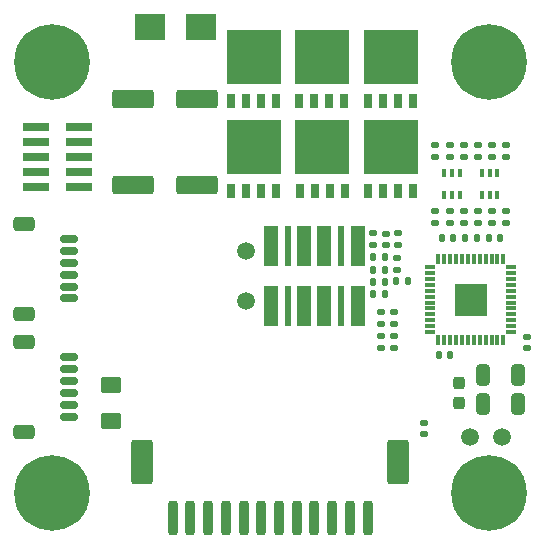
<source format=gbr>
%TF.GenerationSoftware,KiCad,Pcbnew,9.0.3*%
%TF.CreationDate,2025-07-31T21:13:17-04:00*%
%TF.ProjectId,motor-controller,6d6f746f-722d-4636-9f6e-74726f6c6c65,1*%
%TF.SameCoordinates,Original*%
%TF.FileFunction,Soldermask,Bot*%
%TF.FilePolarity,Negative*%
%FSLAX46Y46*%
G04 Gerber Fmt 4.6, Leading zero omitted, Abs format (unit mm)*
G04 Created by KiCad (PCBNEW 9.0.3) date 2025-07-31 21:13:17*
%MOMM*%
%LPD*%
G01*
G04 APERTURE LIST*
G04 Aperture macros list*
%AMRoundRect*
0 Rectangle with rounded corners*
0 $1 Rounding radius*
0 $2 $3 $4 $5 $6 $7 $8 $9 X,Y pos of 4 corners*
0 Add a 4 corners polygon primitive as box body*
4,1,4,$2,$3,$4,$5,$6,$7,$8,$9,$2,$3,0*
0 Add four circle primitives for the rounded corners*
1,1,$1+$1,$2,$3*
1,1,$1+$1,$4,$5*
1,1,$1+$1,$6,$7*
1,1,$1+$1,$8,$9*
0 Add four rect primitives between the rounded corners*
20,1,$1+$1,$2,$3,$4,$5,0*
20,1,$1+$1,$4,$5,$6,$7,0*
20,1,$1+$1,$6,$7,$8,$9,0*
20,1,$1+$1,$8,$9,$2,$3,0*%
G04 Aperture macros list end*
%ADD10C,3.600000*%
%ADD11C,6.400000*%
%ADD12RoundRect,0.140000X-0.170000X0.140000X-0.170000X-0.140000X0.170000X-0.140000X0.170000X0.140000X0*%
%ADD13R,2.200000X0.800000*%
%ADD14RoundRect,0.200000X-0.200000X-1.250000X0.200000X-1.250000X0.200000X1.250000X-0.200000X1.250000X0*%
%ADD15RoundRect,0.250000X-0.650000X-1.650000X0.650000X-1.650000X0.650000X1.650000X-0.650000X1.650000X0*%
%ADD16RoundRect,0.135000X0.185000X-0.135000X0.185000X0.135000X-0.185000X0.135000X-0.185000X-0.135000X0*%
%ADD17R,0.650000X1.150000*%
%ADD18R,4.600000X4.650000*%
%ADD19C,1.500000*%
%ADD20RoundRect,0.250000X-1.500000X-0.550000X1.500000X-0.550000X1.500000X0.550000X-1.500000X0.550000X0*%
%ADD21RoundRect,0.250000X-0.325000X-0.650000X0.325000X-0.650000X0.325000X0.650000X-0.325000X0.650000X0*%
%ADD22RoundRect,0.140000X0.140000X0.170000X-0.140000X0.170000X-0.140000X-0.170000X0.140000X-0.170000X0*%
%ADD23RoundRect,0.135000X-0.135000X-0.185000X0.135000X-0.185000X0.135000X0.185000X-0.135000X0.185000X0*%
%ADD24RoundRect,0.250001X-0.624999X0.462499X-0.624999X-0.462499X0.624999X-0.462499X0.624999X0.462499X0*%
%ADD25RoundRect,0.150000X0.625000X-0.150000X0.625000X0.150000X-0.625000X0.150000X-0.625000X-0.150000X0*%
%ADD26RoundRect,0.250000X0.650000X-0.350000X0.650000X0.350000X-0.650000X0.350000X-0.650000X-0.350000X0*%
%ADD27RoundRect,0.135000X-0.185000X0.135000X-0.185000X-0.135000X0.185000X-0.135000X0.185000X0.135000X0*%
%ADD28RoundRect,0.140000X0.170000X-0.140000X0.170000X0.140000X-0.170000X0.140000X-0.170000X-0.140000X0*%
%ADD29RoundRect,0.237500X0.237500X-0.287500X0.237500X0.287500X-0.237500X0.287500X-0.237500X-0.287500X0*%
%ADD30R,2.500000X2.300000*%
%ADD31R,1.200000X3.400000*%
%ADD32R,0.600000X3.400000*%
%ADD33RoundRect,0.100000X-0.100000X0.225000X-0.100000X-0.225000X0.100000X-0.225000X0.100000X0.225000X0*%
%ADD34R,0.300000X0.850000*%
%ADD35R,0.850000X0.300000*%
%ADD36R,2.800000X2.800000*%
G04 APERTURE END LIST*
D10*
%TO.C,H2*%
X228500000Y-129000000D03*
D11*
X228500000Y-129000000D03*
%TD*%
D10*
%TO.C,H1*%
X191500000Y-129000000D03*
D11*
X191500000Y-129000000D03*
%TD*%
D10*
%TO.C,H3*%
X191500000Y-165500000D03*
D11*
X191500000Y-165500000D03*
%TD*%
D10*
%TO.C,H4*%
X228500000Y-165500000D03*
D11*
X228500000Y-165500000D03*
%TD*%
D12*
%TO.C,C4*%
X231750000Y-152270000D03*
X231750000Y-153230000D03*
%TD*%
D13*
%TO.C,J6*%
X190180000Y-139540000D03*
X193820000Y-139540000D03*
X190180000Y-138270000D03*
X193820000Y-138270000D03*
X190180000Y-137000000D03*
X193820000Y-137000000D03*
X190180000Y-135730000D03*
X193820000Y-135730000D03*
X190180000Y-134460000D03*
X193820000Y-134460000D03*
%TD*%
D14*
%TO.C,J5*%
X201750000Y-167575000D03*
X203250000Y-167575000D03*
X204750000Y-167575000D03*
X206250000Y-167575000D03*
X207750000Y-167575000D03*
X209250000Y-167575000D03*
X210750000Y-167575000D03*
X212250000Y-167575000D03*
X213750000Y-167575000D03*
X215250000Y-167575000D03*
X216750000Y-167575000D03*
X218250000Y-167575000D03*
D15*
X199150000Y-162875000D03*
X220850000Y-162875000D03*
%TD*%
D16*
%TO.C,R38*%
X219350000Y-151160000D03*
X219350000Y-150140000D03*
%TD*%
D17*
%TO.C,Q3*%
X222105000Y-132300000D03*
X220835000Y-132300000D03*
X219565000Y-132300000D03*
X218295000Y-132300000D03*
D18*
X220200000Y-128600000D03*
%TD*%
D19*
%TO.C,TP3*%
X229650000Y-160750000D03*
%TD*%
D16*
%TO.C,R17*%
X219350000Y-153160000D03*
X219350000Y-152140000D03*
%TD*%
D17*
%TO.C,Q5*%
X210505000Y-132300000D03*
X209235000Y-132300000D03*
X207965000Y-132300000D03*
X206695000Y-132300000D03*
D18*
X208600000Y-128600000D03*
%TD*%
D20*
%TO.C,C23*%
X198400000Y-139400000D03*
X203800000Y-139400000D03*
%TD*%
D21*
%TO.C,C8*%
X228025000Y-155500000D03*
X230975000Y-155500000D03*
%TD*%
D17*
%TO.C,Q1*%
X216254999Y-132300000D03*
X214984999Y-132300000D03*
X213714999Y-132300000D03*
X212444999Y-132300000D03*
D18*
X214349999Y-128600000D03*
%TD*%
D22*
%TO.C,C7*%
X227480000Y-143900000D03*
X226520000Y-143900000D03*
%TD*%
D16*
%TO.C,R14*%
X225200000Y-137010000D03*
X225200000Y-135990000D03*
%TD*%
%TO.C,R10*%
X227600000Y-137010000D03*
X227600000Y-135990000D03*
%TD*%
D23*
%TO.C,R36*%
X220690000Y-147550000D03*
X221710000Y-147550000D03*
%TD*%
D24*
%TO.C,F2*%
X196550000Y-156362500D03*
X196550000Y-159337500D03*
%TD*%
D16*
%TO.C,R43*%
X220850000Y-144510000D03*
X220850000Y-143490000D03*
%TD*%
D25*
%TO.C,J1*%
X193000000Y-159000000D03*
X193000000Y-158000000D03*
X193000000Y-157000000D03*
X193000000Y-156000000D03*
X193000000Y-155000000D03*
X193000000Y-154000000D03*
D26*
X189125000Y-160300000D03*
X189125000Y-152700000D03*
%TD*%
D23*
%TO.C,R22*%
X218690000Y-145525000D03*
X219710000Y-145525000D03*
%TD*%
D27*
%TO.C,R9*%
X227600000Y-141590000D03*
X227600000Y-142610000D03*
%TD*%
%TO.C,R21*%
X218725000Y-143490000D03*
X218725000Y-144510000D03*
%TD*%
D17*
%TO.C,Q4*%
X222105000Y-139900000D03*
X220835000Y-139900000D03*
X219565000Y-139900000D03*
X218295000Y-139900000D03*
D18*
X220200000Y-136200000D03*
%TD*%
D28*
%TO.C,C11*%
X220500000Y-151129999D03*
X220500000Y-150169999D03*
%TD*%
D27*
%TO.C,R12*%
X224000000Y-141590000D03*
X224000000Y-142610000D03*
%TD*%
D25*
%TO.C,J3*%
X193000000Y-149000000D03*
X193000000Y-148000000D03*
X193000000Y-147000000D03*
X193000000Y-146000000D03*
X193000000Y-145000000D03*
X193000000Y-144000000D03*
D26*
X189125000Y-150300000D03*
X189125000Y-142700000D03*
%TD*%
D19*
%TO.C,TP4*%
X226950000Y-160750000D03*
%TD*%
D29*
%TO.C,F4*%
X225950000Y-157875000D03*
X225950000Y-156125000D03*
%TD*%
D30*
%TO.C,D6*%
X204150000Y-126000000D03*
X199850000Y-126000000D03*
%TD*%
D27*
%TO.C,R23*%
X220725000Y-145540000D03*
X220725000Y-146560000D03*
%TD*%
D20*
%TO.C,C22*%
X198400000Y-132100000D03*
X203800000Y-132100000D03*
%TD*%
D22*
%TO.C,C9*%
X225480000Y-143900000D03*
X224520000Y-143900000D03*
%TD*%
D16*
%TO.C,R5*%
X226400000Y-137010000D03*
X226400000Y-135990000D03*
%TD*%
D31*
%TO.C,R27*%
X212900000Y-144600000D03*
X210100000Y-144600000D03*
D32*
X211500000Y-144600000D03*
X211500000Y-149600000D03*
D31*
X212900000Y-149600000D03*
X210100000Y-149600000D03*
%TD*%
D33*
%TO.C,D2*%
X224750000Y-138350000D03*
X225400000Y-138350000D03*
X226050000Y-138350000D03*
X226050000Y-140250000D03*
X225400000Y-140250000D03*
X224750000Y-140250000D03*
%TD*%
D27*
%TO.C,R2*%
X228800000Y-141590000D03*
X228800000Y-142610000D03*
%TD*%
D31*
%TO.C,R18*%
X217400000Y-144600000D03*
X214600000Y-144600000D03*
D32*
X216000000Y-144600000D03*
X216000000Y-149600000D03*
D31*
X217400000Y-149600000D03*
X214600000Y-149600000D03*
%TD*%
D16*
%TO.C,R11*%
X224000000Y-137010000D03*
X224000000Y-135990000D03*
%TD*%
%TO.C,R25*%
X220500000Y-153160000D03*
X220500000Y-152140000D03*
%TD*%
D19*
%TO.C,TP2*%
X207925000Y-149200000D03*
%TD*%
D23*
%TO.C,R26*%
X218690000Y-146575000D03*
X219710000Y-146575000D03*
%TD*%
%TO.C,R19*%
X218690000Y-148650000D03*
X219710000Y-148650000D03*
%TD*%
D19*
%TO.C,TP1*%
X207925000Y-145025000D03*
%TD*%
D27*
%TO.C,R13*%
X225200000Y-141590000D03*
X225200000Y-142610000D03*
%TD*%
D28*
%TO.C,C10*%
X219800000Y-144480000D03*
X219800000Y-143520000D03*
%TD*%
D16*
%TO.C,R1*%
X228800000Y-137010000D03*
X228800000Y-135990000D03*
%TD*%
D17*
%TO.C,Q6*%
X210505000Y-139900000D03*
X209235000Y-139900000D03*
X207965000Y-139900000D03*
X206695000Y-139900000D03*
D18*
X208600000Y-136200000D03*
%TD*%
D23*
%TO.C,R24*%
X218690000Y-147625000D03*
X219710000Y-147625000D03*
%TD*%
D34*
%TO.C,U1*%
X229750000Y-152525000D03*
X229250000Y-152525000D03*
X228750000Y-152525000D03*
X228250000Y-152525000D03*
X227750000Y-152525000D03*
X227250000Y-152525000D03*
X226750000Y-152525000D03*
X226250000Y-152525000D03*
X225750000Y-152525000D03*
X225250000Y-152525000D03*
X224750000Y-152525000D03*
X224250000Y-152525000D03*
D35*
X223575000Y-151850000D03*
X223575000Y-151350000D03*
X223575000Y-150850000D03*
X223575000Y-150350000D03*
X223575000Y-149850000D03*
X223575000Y-149350000D03*
X223575000Y-148850000D03*
X223575000Y-148350000D03*
X223575000Y-147850000D03*
X223575000Y-147350000D03*
X223575000Y-146850000D03*
X223575000Y-146350000D03*
D34*
X224250000Y-145675000D03*
X224750000Y-145675000D03*
X225250000Y-145675000D03*
X225750000Y-145675000D03*
X226250000Y-145675000D03*
X226750000Y-145675000D03*
X227250000Y-145675000D03*
X227750000Y-145675000D03*
X228250000Y-145675000D03*
X228750000Y-145675000D03*
X229250000Y-145675000D03*
X229750000Y-145675000D03*
D35*
X230425000Y-146350000D03*
X230425000Y-146850000D03*
X230425000Y-147350000D03*
X230425000Y-147850000D03*
X230425000Y-148350000D03*
X230425000Y-148850000D03*
X230425000Y-149350000D03*
X230425000Y-149850000D03*
X230425000Y-150350000D03*
X230425000Y-150850000D03*
X230425000Y-151350000D03*
X230425000Y-151850000D03*
D36*
X227000000Y-149100000D03*
%TD*%
D33*
%TO.C,D1*%
X227950000Y-138350000D03*
X228600000Y-138350000D03*
X229250000Y-138350000D03*
X229250000Y-140250000D03*
X228600000Y-140250000D03*
X227950000Y-140250000D03*
%TD*%
D22*
%TO.C,C6*%
X225230000Y-153750000D03*
X224270000Y-153750000D03*
%TD*%
D17*
%TO.C,Q2*%
X216305000Y-139900000D03*
X215035000Y-139900000D03*
X213765000Y-139900000D03*
X212495000Y-139900000D03*
D18*
X214400000Y-136200000D03*
%TD*%
D21*
%TO.C,C2*%
X228025000Y-157900000D03*
X230975000Y-157900000D03*
%TD*%
D12*
%TO.C,C16*%
X223000000Y-159520000D03*
X223000000Y-160480000D03*
%TD*%
D27*
%TO.C,R6*%
X226400000Y-141590000D03*
X226400000Y-142610000D03*
%TD*%
D22*
%TO.C,C1*%
X229480000Y-143900000D03*
X228520000Y-143900000D03*
%TD*%
D27*
%TO.C,R3*%
X230000000Y-141590000D03*
X230000000Y-142610000D03*
%TD*%
D16*
%TO.C,R4*%
X230000000Y-137010000D03*
X230000000Y-135990000D03*
%TD*%
M02*

</source>
